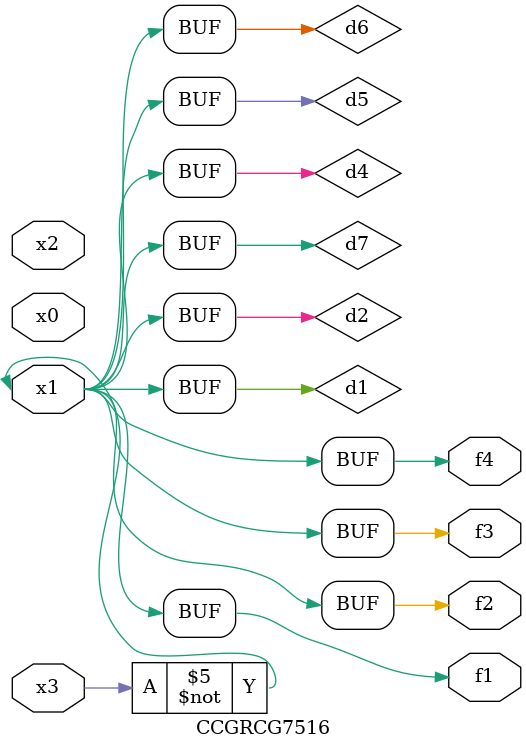
<source format=v>
module CCGRCG7516(
	input x0, x1, x2, x3,
	output f1, f2, f3, f4
);

	wire d1, d2, d3, d4, d5, d6, d7;

	not (d1, x3);
	buf (d2, x1);
	xnor (d3, d1, d2);
	nor (d4, d1);
	buf (d5, d1, d2);
	buf (d6, d4, d5);
	nand (d7, d4);
	assign f1 = d6;
	assign f2 = d7;
	assign f3 = d6;
	assign f4 = d6;
endmodule

</source>
